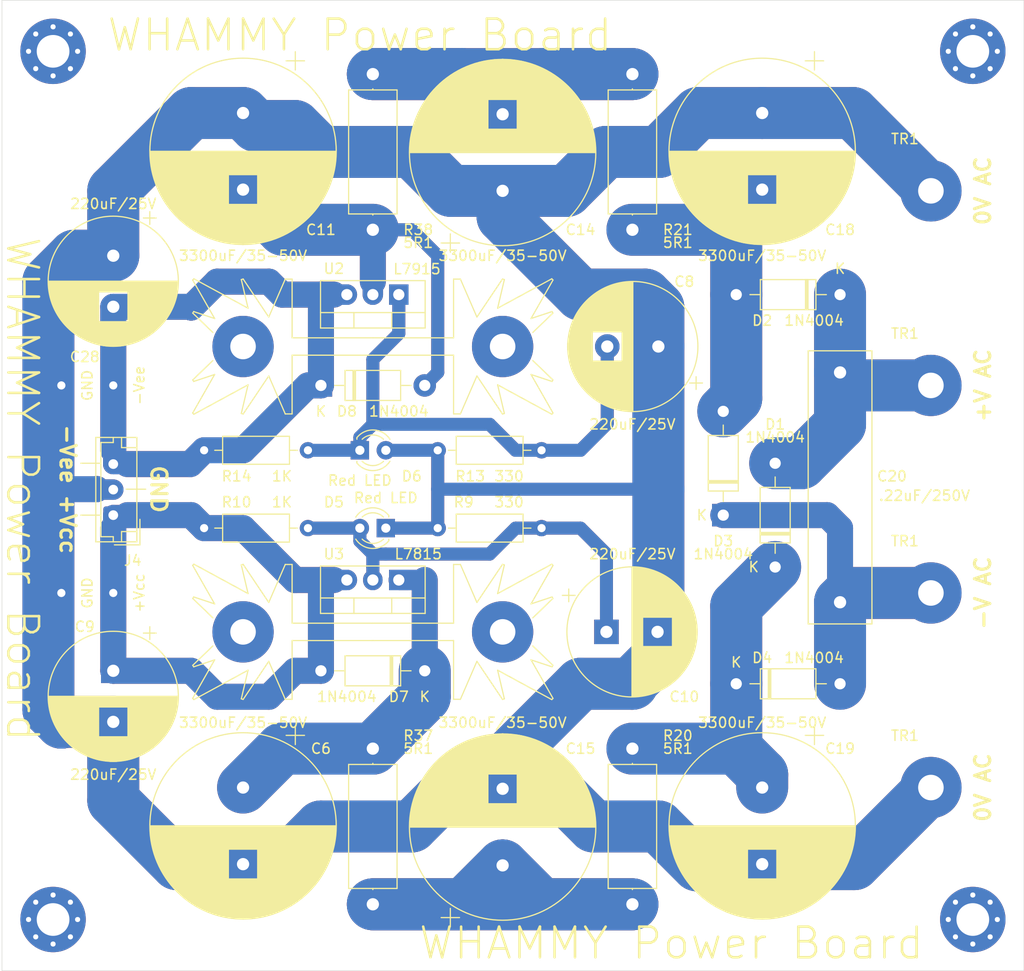
<source format=kicad_pcb>
(kicad_pcb (version 20171130) (host pcbnew 5.1.5+dfsg1-2build2)
  (layers (0 F.Cu signal) (31 B.Cu signal) (34 B.Paste user) (35 F.Paste user) (36 B.SilkS user) (37 F.SilkS user) (38 B.Mask user) (39 F.Mask user) (44 Edge.Cuts user))
  (net 0 "")
  (net 1 GND)
  (net 2 "Net-(C6-Pad1)")
  (net 3 "Net-(C8-Pad2)")
  (net 4 +15V)
  (net 5 "Net-(C10-Pad1)")
  (net 6 "Net-(C11-Pad2)")
  (net 7 "Net-(C14-Pad2)")
  (net 8 "Net-(C15-Pad1)")
  (net 9 "Net-(C18-Pad2)")
  (net 10 "Net-(C19-Pad1)")
  (net 11 "Net-(C20-Pad1)")
  (net 12 "Net-(C20-Pad2)")
  (net 13 -15V)
  (module Connector_Wire:SolderWirePad_1x01_Drill0.8mm (layer F.Cu) (at 135.89 113.03)
    (fp_text reference +Vcc (at 2.54 0 -90) (layer F.SilkS))
    (fp_text value SolderWirePad_1x01_Drill0.8mm hide)
    (pad 1 thru_hole circle (at 0 0) (size 1.99898 1.99898) (drill 0.8001) (layers *.Cu *.Mask) (net 4 +15V))
  )
  (module Connector_Wire:SolderWirePad_1x01_Drill0.8mm (layer F.Cu) (at 130.81 113.03)
    (fp_text reference GND (at 2.54 0 -90) (layer F.SilkS))
    (fp_text value SolderWirePad_1x01_Drill0.8mm hide)
    (pad 1 thru_hole circle (at 0 0) (size 1.99898 1.99898) (drill 0.8001) (layers *.Cu *.Mask) (net 1 GND))
  )
  (module Connector_Wire:SolderWirePad_1x01_Drill0.8mm (layer F.Cu) (at 130.81 92.71)
    (fp_text reference GND (at 2.54 0 -90) (layer F.SilkS))
    (fp_text value SolderWirePad_1x01_Drill0.8mm hide)
    (pad 1 thru_hole circle (at 0 0) (size 1.99898 1.99898) (drill 0.8001) (layers *.Cu *.Mask) (net 1 GND))
  )
  (module Connector_Wire:SolderWirePad_1x01_Drill0.8mm (layer F.Cu) (at 135.89 92.71)
    (fp_text reference -Vee (at 2.54 0 -90) (layer F.SilkS))
    (fp_text value SolderWirePad_1x01_Drill0.8mm hide)
    (pad 1 thru_hole circle (at 0 0) (size 1.99898 1.99898) (drill 0.8001) (layers *.Cu *.Mask) (net 13 -15V))
  )
  (module Connector_Wire:SolderWirePad_1x01_Drill2.5mm (layer F.Cu) (at 215.9 113.03)
    (fp_text reference TR1 (at -2.54 -5.08 180) (layer F.SilkS))
    (fp_text value SolderWirePad_1x01_Drill2.5mm hide)
    (pad 7 thru_hole circle (at 0 0) (size 5.99948 5.99948) (drill 2.49936) (layers *.Cu *.Mask) (net 12 "Net-(C20-Pad2)"))
  )
  (module Connector_Wire:SolderWirePad_1x01_Drill2.5mm (layer F.Cu) (at 215.9 132.08)
    (fp_text reference TR1 (at -2.54 -5.08 180) (layer F.SilkS))
    (fp_text value SolderWirePad_1x01_Drill2.5mm hide)
    (pad 6 thru_hole circle (at 0 0) (size 5.99948 5.99948) (drill 2.49936) (layers *.Cu *.Mask) (net 1 GND))
  )
  (module Connector_Wire:SolderWirePad_1x01_Drill2.5mm (layer F.Cu) (at 215.9 73.66)
    (fp_text reference TR1 (at -2.54 -5.08 180) (layer F.SilkS))
    (fp_text value SolderWirePad_1x01_Drill2.5mm hide)
    (pad 5 thru_hole circle (at 0 0) (size 5.99948 5.99948) (drill 2.49936) (layers *.Cu *.Mask) (net 1 GND))
  )
  (module Connector_Wire:SolderWirePad_1x01_Drill2.5mm (layer F.Cu) (at 215.9 92.71)
    (fp_text reference TR1 (at -2.54 -5.08 180) (layer F.SilkS))
    (fp_text value SolderWirePad_1x01_Drill2.5mm hide)
    (pad 4 thru_hole circle (at 0 0) (size 5.99948 5.99948) (drill 2.49936) (layers *.Cu *.Mask) (net 11 "Net-(C20-Pad1)"))
  )
  (module Heatsink:Heatsink_Fischer_SK104-STC-STIC_35x13mm_2xDrill2.5mm (layer F.Cu) (at 161.29 116.84)
    (fp_text reference REF** hide)
    (fp_text value Heatsink_Fischer_SK104-STC-STIC_35x13mm_2xDrill2.5mm hide)
    (pad 1 thru_hole circle (at -12.7 0 180) (size 6 6) (drill 2.5) (layers *.Cu *.Mask))
    (pad 1 thru_hole circle (at 12.7 0) (size 6 6) (drill 2.5) (layers *.Cu *.Mask))
  )
  (module Capacitor_THT:CP_Radial_D12.5mm_P5.00mm (layer F.Cu) (at 184.15 116.84)
    (fp_text reference C10 (at 7.62 6.35 180) (layer F.SilkS))
    (fp_text value 220uF/25V (at 2.54 -7.62) (layer F.SilkS))
    (pad 2 thru_hole circle (at 5 0) (size 2.4 2.4) (drill 1.2) (layers *.Cu *.Mask) (net 1 GND))
    (pad 1 thru_hole rect (at 0 0) (size 2.4 2.4) (drill 1.2) (layers *.Cu *.Mask) (net 5 "Net-(C10-Pad1)"))
  )
  (module Capacitor_THT:CP_Radial_D18.0mm_P7.50mm (layer F.Cu) (at 173.99 73.66 90)
    (fp_text reference C14 (at -3.81 7.62 180) (layer F.SilkS))
    (fp_text value 3300uF/35-50V (at -6.35 0 180) (layer F.SilkS))
    (pad 1 thru_hole rect (at 0 0 90) (size 2.4 2.4) (drill 1.2) (layers *.Cu *.Mask) (net 1 GND))
    (pad 2 thru_hole circle (at 7.5 0 90) (size 2.4 2.4) (drill 1.2) (layers *.Cu *.Mask) (net 7 "Net-(C14-Pad2)"))
  )
  (module Capacitor_THT:CP_Radial_D18.0mm_P7.50mm (layer F.Cu) (at 173.99 139.7 90)
    (fp_text reference C15 (at 11.43 7.62 180) (layer F.SilkS))
    (fp_text value 3300uF/35-50V (at 13.97 0 180) (layer F.SilkS))
    (pad 2 thru_hole circle (at 7.5 0 90) (size 2.4 2.4) (drill 1.2) (layers *.Cu *.Mask) (net 1 GND))
    (pad 1 thru_hole rect (at 0 0 90) (size 2.4 2.4) (drill 1.2) (layers *.Cu *.Mask) (net 8 "Net-(C15-Pad1)"))
  )
  (module Capacitor_THT:CP_Radial_D18.0mm_P7.50mm (layer F.Cu) (at 199.39 66.04 270)
    (fp_text reference C18 (at 11.43 -7.62 180) (layer F.SilkS))
    (fp_text value 3300uF/35-50V (at 13.97 0 180) (layer F.SilkS))
    (pad 2 thru_hole circle (at 7.5 0 270) (size 2.4 2.4) (drill 1.2) (layers *.Cu *.Mask) (net 9 "Net-(C18-Pad2)"))
    (pad 1 thru_hole rect (at 0 0 270) (size 2.4 2.4) (drill 1.2) (layers *.Cu *.Mask) (net 1 GND))
  )
  (module Capacitor_THT:CP_Radial_D18.0mm_P7.50mm (layer F.Cu) (at 199.39 132.08 270)
    (fp_text reference C19 (at -3.81 -7.62 180) (layer F.SilkS))
    (fp_text value 3300uF/35-50V (at -6.35 0 180) (layer F.SilkS))
    (pad 1 thru_hole rect (at 0 0 270) (size 2.4 2.4) (drill 1.2) (layers *.Cu *.Mask) (net 10 "Net-(C19-Pad1)"))
    (pad 2 thru_hole circle (at 7.5 0 270) (size 2.4 2.4) (drill 1.2) (layers *.Cu *.Mask) (net 1 GND))
  )
  (module Capacitor_THT:C_Rect_L26.5mm_W6.0mm_P22.50mm_MKS4 (layer F.Cu) (at 207.01 91.44 270)
    (fp_text reference C20 (at 10.16 -5.08 180) (layer F.SilkS))
    (fp_text value .22uF/250V (at 12.065 -8.255) (layer F.SilkS))
    (pad 1 thru_hole circle (at 0 0 270) (size 2.4 2.4) (drill 1.2) (layers *.Cu *.Mask) (net 11 "Net-(C20-Pad1)"))
    (pad 2 thru_hole circle (at 22.5 0 270) (size 2.4 2.4) (drill 1.2) (layers *.Cu *.Mask) (net 12 "Net-(C20-Pad2)"))
  )
  (module Capacitor_THT:CP_Radial_D12.5mm_P5.00mm (layer F.Cu) (at 135.89 80.01 270)
    (fp_text reference C28 (at 9.906 2.794 180) (layer F.SilkS))
    (fp_text value 220uF/25V (at -5.08 0 180) (layer F.SilkS))
    (pad 1 thru_hole rect (at 0 0 270) (size 2.4 2.4) (drill 1.2) (layers *.Cu *.Mask) (net 1 GND))
    (pad 2 thru_hole circle (at 5 0 270) (size 2.4 2.4) (drill 1.2) (layers *.Cu *.Mask) (net 13 -15V))
  )
  (module Diode_THT:D_DO-41_SOD81_P10.16mm_Horizontal (layer F.Cu) (at 200.66 110.49 90)
    (fp_text reference D1 (at 13.97 0 180) (layer F.SilkS))
    (fp_text value 1N4004 (at 12.7 0) (layer F.SilkS))
    (fp_text user K (at 0 -2.1 180) (layer F.SilkS))
    (pad 1 thru_hole rect (at 0 0 90) (size 2.2 2.2) (drill 1.1) (layers *.Cu *.Mask) (net 10 "Net-(C19-Pad1)"))
    (pad 2 thru_hole oval (at 10.16 0 90) (size 2.2 2.2) (drill 1.1) (layers *.Cu *.Mask) (net 11 "Net-(C20-Pad1)"))
  )
  (module Diode_THT:D_DO-41_SOD81_P10.16mm_Horizontal (layer F.Cu) (at 207.01 83.82 180)
    (fp_text reference D2 (at 7.62 -2.54) (layer F.SilkS))
    (fp_text value 1N4004 (at 2.54 -2.54 180) (layer F.SilkS))
    (fp_text user K (at 0 2.54) (layer F.SilkS))
    (pad 1 thru_hole rect (at 0 0 180) (size 2.2 2.2) (drill 1.1) (layers *.Cu *.Mask) (net 11 "Net-(C20-Pad1)"))
    (pad 2 thru_hole oval (at 10.16 0 180) (size 2.2 2.2) (drill 1.1) (layers *.Cu *.Mask) (net 9 "Net-(C18-Pad2)"))
  )
  (module Diode_THT:D_DO-41_SOD81_P10.16mm_Horizontal (layer F.Cu) (at 195.58 105.41 90)
    (fp_text reference D3 (at -2.54 0 180) (layer F.SilkS))
    (fp_text value 1N4004 (at -3.81 0) (layer F.SilkS))
    (fp_text user K (at 0 -2.1 180) (layer F.SilkS))
    (pad 2 thru_hole oval (at 10.16 0 90) (size 2.2 2.2) (drill 1.1) (layers *.Cu *.Mask) (net 9 "Net-(C18-Pad2)"))
    (pad 1 thru_hole rect (at 0 0 90) (size 2.2 2.2) (drill 1.1) (layers *.Cu *.Mask) (net 12 "Net-(C20-Pad2)"))
  )
  (module Diode_THT:D_DO-41_SOD81_P10.16mm_Horizontal (layer F.Cu) (at 196.85 121.92)
    (fp_text reference D4 (at 2.54 -2.54) (layer F.SilkS))
    (fp_text value 1N4004 (at 7.62 -2.54) (layer F.SilkS))
    (fp_text user K (at 0 -2.1) (layer F.SilkS))
    (pad 2 thru_hole oval (at 10.16 0) (size 2.2 2.2) (drill 1.1) (layers *.Cu *.Mask) (net 12 "Net-(C20-Pad2)"))
    (pad 1 thru_hole rect (at 0 0) (size 2.2 2.2) (drill 1.1) (layers *.Cu *.Mask) (net 10 "Net-(C19-Pad1)"))
  )
  (module LED_THT:LED_D3.0mm (layer F.Cu) (at 162.56 106.68 180)
    (fp_text reference D5 (at 5.08 2.54) (layer F.SilkS))
    (fp_text value "Red LED" (at 0 2.96) (layer F.SilkS))
    (pad 1 thru_hole rect (at 0 0 180) (size 1.8 1.8) (drill 0.9) (layers *.Cu *.Mask) (net 1 GND))
    (pad 2 thru_hole circle (at 2.54 0 180) (size 1.8 1.8) (drill 0.9) (layers *.Cu *.Mask) (net 5 "Net-(C10-Pad1)"))
  )
  (module LED_THT:LED_D3.0mm (layer F.Cu) (at 160.02 99.06)
    (fp_text reference D6 (at 5.08 2.54) (layer F.SilkS))
    (fp_text value "Red LED" (at 0 2.96) (layer F.SilkS))
    (pad 2 thru_hole circle (at 2.54 0) (size 1.8 1.8) (drill 0.9) (layers *.Cu *.Mask) (net 1 GND))
    (pad 1 thru_hole rect (at 0 0) (size 1.8 1.8) (drill 0.9) (layers *.Cu *.Mask) (net 3 "Net-(C8-Pad2)"))
  )
  (module Diode_THT:D_DO-41_SOD81_P10.16mm_Horizontal (layer F.Cu) (at 166.37 120.65 180)
    (fp_text reference D7 (at 2.54 -2.54) (layer F.SilkS))
    (fp_text value 1N4004 (at 7.62 -2.54) (layer F.SilkS))
    (fp_text user K (at 0 -2.54) (layer F.SilkS))
    (pad 2 thru_hole oval (at 10.16 0 180) (size 2.2 2.2) (drill 1.1) (layers *.Cu *.Mask) (net 4 +15V))
    (pad 1 thru_hole rect (at 0 0 180) (size 2.2 2.2) (drill 1.1) (layers *.Cu *.Mask) (net 2 "Net-(C6-Pad1)"))
  )
  (module Diode_THT:D_DO-41_SOD81_P10.16mm_Horizontal (layer F.Cu) (at 156.21 92.71)
    (fp_text reference D8 (at 2.54 2.54) (layer F.SilkS))
    (fp_text value 1N4004 (at 7.62 2.54) (layer F.SilkS))
    (fp_text user K (at 0 2.54) (layer F.SilkS))
    (pad 1 thru_hole rect (at 0 0) (size 2.2 2.2) (drill 1.1) (layers *.Cu *.Mask) (net 13 -15V))
    (pad 2 thru_hole oval (at 10.16 0) (size 2.2 2.2) (drill 1.1) (layers *.Cu *.Mask) (net 6 "Net-(C11-Pad2)"))
  )
  (module Package_TO_SOT_THT:TO-220-3_Vertical (layer F.Cu) (at 163.83 83.82 180)
    (fp_text reference U2 (at 6.35 2.54) (layer F.SilkS))
    (fp_text value L7915 (at -1.778 2.5) (layer F.SilkS))
    (pad 1 thru_hole rect (at 0 0 180) (size 1.905 2) (drill 1.1) (layers *.Cu *.Mask) (net 3 "Net-(C8-Pad2)"))
    (pad 2 thru_hole oval (at 2.54 0 180) (size 1.905 2) (drill 1.1) (layers *.Cu *.Mask) (net 6 "Net-(C11-Pad2)"))
    (pad 3 thru_hole oval (at 5.08 0 180) (size 1.905 2) (drill 1.1) (layers *.Cu *.Mask) (net 13 -15V))
  )
  (module Package_TO_SOT_THT:TO-220-3_Vertical (layer F.Cu) (at 163.83 111.76 180)
    (fp_text reference U3 (at 6.35 2.54) (layer F.SilkS))
    (fp_text value L7815 (at -1.905 2.54) (layer F.SilkS))
    (pad 1 thru_hole rect (at 0 0 180) (size 1.905 2) (drill 1.1) (layers *.Cu *.Mask) (net 2 "Net-(C6-Pad1)"))
    (pad 2 thru_hole oval (at 2.54 0 180) (size 1.905 2) (drill 1.1) (layers *.Cu *.Mask) (net 5 "Net-(C10-Pad1)"))
    (pad 3 thru_hole oval (at 5.08 0 180) (size 1.905 2) (drill 1.1) (layers *.Cu *.Mask) (net 4 +15V))
  )
  (module Resistor_THT:R_Axial_DIN0207_L6.3mm_D2.5mm_P10.16mm_Horizontal (layer F.Cu) (at 177.8 106.68 180)
    (fp_text reference R9 (at 7.62 2.54) (layer F.SilkS))
    (fp_text value 330 (at 3.175 2.54) (layer F.SilkS))
    (pad 1 thru_hole circle (at 0 0 180) (size 1.6 1.6) (drill 0.8) (layers *.Cu *.Mask) (net 5 "Net-(C10-Pad1)"))
    (pad 2 thru_hole oval (at 10.16 0 180) (size 1.6 1.6) (drill 0.8) (layers *.Cu *.Mask) (net 1 GND))
  )
  (module Resistor_THT:R_Axial_DIN0207_L6.3mm_D2.5mm_P10.16mm_Horizontal (layer F.Cu) (at 144.78 106.68)
    (fp_text reference R10 (at 3.175 -2.54) (layer F.SilkS))
    (fp_text value 1K (at 7.62 -2.54) (layer F.SilkS))
    (pad 2 thru_hole oval (at 10.16 0) (size 1.6 1.6) (drill 0.8) (layers *.Cu *.Mask) (net 5 "Net-(C10-Pad1)"))
    (pad 1 thru_hole circle (at 0 0) (size 1.6 1.6) (drill 0.8) (layers *.Cu *.Mask) (net 4 +15V))
  )
  (module Resistor_THT:R_Axial_DIN0207_L6.3mm_D2.5mm_P10.16mm_Horizontal (layer F.Cu) (at 177.8 99.06 180)
    (fp_text reference R13 (at 6.985 -2.54) (layer F.SilkS))
    (fp_text value 330 (at 3.175 -2.54) (layer F.SilkS))
    (pad 2 thru_hole oval (at 10.16 0 180) (size 1.6 1.6) (drill 0.8) (layers *.Cu *.Mask) (net 1 GND))
    (pad 1 thru_hole circle (at 0 0 180) (size 1.6 1.6) (drill 0.8) (layers *.Cu *.Mask) (net 3 "Net-(C8-Pad2)"))
  )
  (module Resistor_THT:R_Axial_DIN0207_L6.3mm_D2.5mm_P10.16mm_Horizontal (layer F.Cu) (at 144.78 99.06)
    (fp_text reference R14 (at 3.175 2.54) (layer F.SilkS))
    (fp_text value 1K (at 7.62 2.54) (layer F.SilkS))
    (pad 1 thru_hole circle (at 0 0) (size 1.6 1.6) (drill 0.8) (layers *.Cu *.Mask) (net 13 -15V))
    (pad 2 thru_hole oval (at 10.16 0) (size 1.6 1.6) (drill 0.8) (layers *.Cu *.Mask) (net 3 "Net-(C8-Pad2)"))
  )
  (module Capacitor_THT:CP_Radial_D12.5mm_P5.00mm (layer F.Cu) (at 135.89 120.65 270)
    (fp_text reference C9 (at -4.318 2.794 180) (layer F.SilkS))
    (fp_text value 220uF/25V (at 10.16 0 180) (layer F.SilkS))
    (pad 1 thru_hole rect (at 0 0 270) (size 2.4 2.4) (drill 1.2) (layers *.Cu *.Mask) (net 4 +15V))
    (pad 2 thru_hole circle (at 5 0 270) (size 2.4 2.4) (drill 1.2) (layers *.Cu *.Mask) (net 1 GND))
  )
  (module Connector_JST:JST_EH_B3B-EH-A_1x03_P2.50mm_Vertical (layer F.Cu) (at 135.89 105.41 90)
    (fp_text reference J4 (at -4.445 1.905) (layer F.SilkS))
    (fp_text value Conn_01x03 hide)
    (pad 3 thru_hole oval (at 5 0 90) (size 1.7 1.95) (drill 0.95) (layers *.Cu *.Mask) (net 13 -15V))
    (pad 2 thru_hole oval (at 2.5 0 90) (size 1.7 1.95) (drill 0.95) (layers *.Cu *.Mask) (net 1 GND))
    (pad 1 thru_hole roundrect (at 0 0 90) (size 1.7 1.95) (drill 0.95) (layers *.Cu *.Mask) (roundrect_rratio 0.147059) (net 4 +15V))
  )
  (module Capacitor_THT:CP_Radial_D18.0mm_P7.50mm (layer F.Cu) (at 148.59 66.04 270)
    (fp_text reference C11 (at 11.43 -7.62 180) (layer F.SilkS))
    (fp_text value 3300uF/35-50V (at 13.97 0 180) (layer F.SilkS))
    (pad 1 thru_hole rect (at 0 0 270) (size 2.4 2.4) (drill 1.2) (layers *.Cu *.Mask) (net 1 GND))
    (pad 2 thru_hole circle (at 7.5 0 270) (size 2.4 2.4) (drill 1.2) (layers *.Cu *.Mask) (net 6 "Net-(C11-Pad2)"))
  )
  (module Resistor_THT:R_Axial_DIN0414_L11.9mm_D4.5mm_P15.24mm_Horizontal (layer F.Cu) (at 161.29 143.51 90)
    (fp_text reference R37 (at 16.51 4.445 180) (layer F.SilkS))
    (fp_text value 5R1 (at 15.24 4.445 180) (layer F.SilkS))
    (pad 2 thru_hole oval (at 15.24 0 90) (size 2.4 2.4) (drill 1.2) (layers *.Cu *.Mask) (net 2 "Net-(C6-Pad1)"))
    (pad 1 thru_hole circle (at 0 0 90) (size 2.4 2.4) (drill 1.2) (layers *.Cu *.Mask) (net 8 "Net-(C15-Pad1)"))
  )
  (module Resistor_THT:R_Axial_DIN0414_L11.9mm_D4.5mm_P15.24mm_Horizontal (layer F.Cu) (at 186.69 128.27 270)
    (fp_text reference R20 (at -1.27 -4.445 180) (layer F.SilkS))
    (fp_text value 5R1 (at 0 -4.445 180) (layer F.SilkS))
    (pad 2 thru_hole oval (at 15.24 0 270) (size 2.4 2.4) (drill 1.2) (layers *.Cu *.Mask) (net 8 "Net-(C15-Pad1)"))
    (pad 1 thru_hole circle (at 0 0 270) (size 2.4 2.4) (drill 1.2) (layers *.Cu *.Mask) (net 10 "Net-(C19-Pad1)"))
  )
  (module Capacitor_THT:CP_Radial_D18.0mm_P7.50mm (layer F.Cu) (at 148.59 132.08 270)
    (fp_text reference C6 (at -3.81 -7.62 180) (layer F.SilkS))
    (fp_text value 3300uF/35-50V (at -6.35 0 180) (layer F.SilkS))
    (pad 1 thru_hole rect (at 0 0 270) (size 2.4 2.4) (drill 1.2) (layers *.Cu *.Mask) (net 2 "Net-(C6-Pad1)"))
    (pad 2 thru_hole circle (at 7.5 0 270) (size 2.4 2.4) (drill 1.2) (layers *.Cu *.Mask) (net 1 GND))
  )
  (module Resistor_THT:R_Axial_DIN0414_L11.9mm_D4.5mm_P15.24mm_Horizontal (layer F.Cu) (at 186.69 77.47 90)
    (fp_text reference R21 (at 0 4.445 180) (layer F.SilkS))
    (fp_text value 5R1 (at -1.27 4.445 180) (layer F.SilkS))
    (pad 2 thru_hole oval (at 15.24 0 90) (size 2.4 2.4) (drill 1.2) (layers *.Cu *.Mask) (net 7 "Net-(C14-Pad2)"))
    (pad 1 thru_hole circle (at 0 0 90) (size 2.4 2.4) (drill 1.2) (layers *.Cu *.Mask) (net 9 "Net-(C18-Pad2)"))
  )
  (module Resistor_THT:R_Axial_DIN0414_L11.9mm_D4.5mm_P15.24mm_Horizontal (layer F.Cu) (at 161.29 62.23 270)
    (fp_text reference R38 (at 15.24 -4.445 180) (layer F.SilkS))
    (fp_text value 5R1 (at 16.51 -4.445 180) (layer F.SilkS))
    (pad 2 thru_hole oval (at 15.24 0 270) (size 2.4 2.4) (drill 1.2) (layers *.Cu *.Mask) (net 6 "Net-(C11-Pad2)"))
    (pad 1 thru_hole circle (at 0 0 270) (size 2.4 2.4) (drill 1.2) (layers *.Cu *.Mask) (net 7 "Net-(C14-Pad2)"))
  )
  (module Heatsink:Heatsink_Fischer_SK104-STC-STIC_35x13mm_2xDrill2.5mm (layer F.Cu) (at 161.29 88.9)
    (fp_text reference REF** hide)
    (fp_text value Heatsink_Fischer_SK104-STC-STIC_35x13mm_2xDrill2.5mm hide)
    (pad 1 thru_hole circle (at 12.7 0) (size 6 6) (drill 2.5) (layers *.Cu *.Mask))
    (pad 1 thru_hole circle (at -12.7 0 180) (size 6 6) (drill 2.5) (layers *.Cu *.Mask))
  )
  (module Capacitor_THT:CP_Radial_D12.5mm_P5.00mm (layer F.Cu) (at 189.23 88.9 180)
    (fp_text reference C8 (at -2.54 6.35 180) (layer F.SilkS))
    (fp_text value 220uF/25V (at 2.54 -7.62) (layer F.SilkS))
    (pad 2 thru_hole circle (at 5 0 180) (size 2.4 2.4) (drill 1.2) (layers *.Cu *.Mask) (net 3 "Net-(C8-Pad2)"))
    (pad 1 thru_hole rect (at 0 0 180) (size 2.4 2.4) (drill 1.2) (layers *.Cu *.Mask) (net 1 GND))
  )
  (module MountingHole:MountingHole_3.2mm_M3_Pad_Via (layer F.Cu) (at 130 60)
    (fp_text reference REF** hide)
    (fp_text value MountingHole_3.2mm_M3_Pad_Via hide)
    (pad 1 thru_hole circle (at 0 0) (size 6.4 6.4) (drill 3.2) (layers *.Cu *.Mask))
    (pad 1 thru_hole circle (at 2.4 0) (size 0.8 0.8) (drill 0.5) (layers *.Cu *.Mask))
    (pad 1 thru_hole circle (at 1.697056 1.697056) (size 0.8 0.8) (drill 0.5) (layers *.Cu *.Mask))
    (pad 1 thru_hole circle (at 0 2.4) (size 0.8 0.8) (drill 0.5) (layers *.Cu *.Mask))
    (pad 1 thru_hole circle (at -1.697056 1.697056) (size 0.8 0.8) (drill 0.5) (layers *.Cu *.Mask))
    (pad 1 thru_hole circle (at -2.4 0) (size 0.8 0.8) (drill 0.5) (layers *.Cu *.Mask))
    (pad 1 thru_hole circle (at -1.697056 -1.697056) (size 0.8 0.8) (drill 0.5) (layers *.Cu *.Mask))
    (pad 1 thru_hole circle (at 0 -2.4) (size 0.8 0.8) (drill 0.5) (layers *.Cu *.Mask))
    (pad 1 thru_hole circle (at 1.697056 -1.697056) (size 0.8 0.8) (drill 0.5) (layers *.Cu *.Mask))
  )
  (module MountingHole:MountingHole_3.2mm_M3_Pad_Via (layer F.Cu) (at 130 145)
    (fp_text reference REF** hide)
    (fp_text value MountingHole_3.2mm_M3_Pad_Via hide)
    (pad 1 thru_hole circle (at 1.697056 -1.697056) (size 0.8 0.8) (drill 0.5) (layers *.Cu *.Mask))
    (pad 1 thru_hole circle (at 0 -2.4) (size 0.8 0.8) (drill 0.5) (layers *.Cu *.Mask))
    (pad 1 thru_hole circle (at -1.697056 -1.697056) (size 0.8 0.8) (drill 0.5) (layers *.Cu *.Mask))
    (pad 1 thru_hole circle (at -2.4 0) (size 0.8 0.8) (drill 0.5) (layers *.Cu *.Mask))
    (pad 1 thru_hole circle (at -1.697056 1.697056) (size 0.8 0.8) (drill 0.5) (layers *.Cu *.Mask))
    (pad 1 thru_hole circle (at 0 2.4) (size 0.8 0.8) (drill 0.5) (layers *.Cu *.Mask))
    (pad 1 thru_hole circle (at 1.697056 1.697056) (size 0.8 0.8) (drill 0.5) (layers *.Cu *.Mask))
    (pad 1 thru_hole circle (at 2.4 0) (size 0.8 0.8) (drill 0.5) (layers *.Cu *.Mask))
    (pad 1 thru_hole circle (at 0 0) (size 6.4 6.4) (drill 3.2) (layers *.Cu *.Mask))
  )
  (module MountingHole:MountingHole_3.2mm_M3_Pad_Via (layer F.Cu) (at 220 145)
    (fp_text reference REF** hide)
    (fp_text value MountingHole_3.2mm_M3_Pad_Via hide)
    (pad 1 thru_hole circle (at 0 0) (size 6.4 6.4) (drill 3.2) (layers *.Cu *.Mask))
    (pad 1 thru_hole circle (at 2.4 0) (size 0.8 0.8) (drill 0.5) (layers *.Cu *.Mask))
    (pad 1 thru_hole circle (at 1.697056 1.697056) (size 0.8 0.8) (drill 0.5) (layers *.Cu *.Mask))
    (pad 1 thru_hole circle (at 0 2.4) (size 0.8 0.8) (drill 0.5) (layers *.Cu *.Mask))
    (pad 1 thru_hole circle (at -1.697056 1.697056) (size 0.8 0.8) (drill 0.5) (layers *.Cu *.Mask))
    (pad 1 thru_hole circle (at -2.4 0) (size 0.8 0.8) (drill 0.5) (layers *.Cu *.Mask))
    (pad 1 thru_hole circle (at -1.697056 -1.697056) (size 0.8 0.8) (drill 0.5) (layers *.Cu *.Mask))
    (pad 1 thru_hole circle (at 0 -2.4) (size 0.8 0.8) (drill 0.5) (layers *.Cu *.Mask))
    (pad 1 thru_hole circle (at 1.697056 -1.697056) (size 0.8 0.8) (drill 0.5) (layers *.Cu *.Mask))
  )
  (module MountingHole:MountingHole_3.2mm_M3_Pad_Via (layer F.Cu) (at 220 60)
    (fp_text reference REF** hide)
    (fp_text value MountingHole_3.2mm_M3_Pad_Via hide)
    (pad 1 thru_hole circle (at 1.697056 -1.697056) (size 0.8 0.8) (drill 0.5) (layers *.Cu *.Mask))
    (pad 1 thru_hole circle (at 0 -2.4) (size 0.8 0.8) (drill 0.5) (layers *.Cu *.Mask))
    (pad 1 thru_hole circle (at -1.697056 -1.697056) (size 0.8 0.8) (drill 0.5) (layers *.Cu *.Mask))
    (pad 1 thru_hole circle (at -2.4 0) (size 0.8 0.8) (drill 0.5) (layers *.Cu *.Mask))
    (pad 1 thru_hole circle (at -1.697056 1.697056) (size 0.8 0.8) (drill 0.5) (layers *.Cu *.Mask))
    (pad 1 thru_hole circle (at 0 2.4) (size 0.8 0.8) (drill 0.5) (layers *.Cu *.Mask))
    (pad 1 thru_hole circle (at 1.697056 1.697056) (size 0.8 0.8) (drill 0.5) (layers *.Cu *.Mask))
    (pad 1 thru_hole circle (at 2.4 0) (size 0.8 0.8) (drill 0.5) (layers *.Cu *.Mask))
    (pad 1 thru_hole circle (at 0 0) (size 6.4 6.4) (drill 3.2) (layers *.Cu *.Mask))
  )
  (gr_line (start 132.715 105.41) (end 134.62 105.41) (layer F.SilkS) (width 0.12))
  (gr_line (start 132.715 100.33) (end 134.62 100.33) (layer F.SilkS) (width 0.12))
  (gr_line (start 137.16 102.87) (end 139.065 102.87) (layer F.SilkS) (width 0.12))
  (gr_text GND (at 140.335 102.87 270) (layer F.SilkS) (effects (font (size 1.5 1.5) (thickness 0.3))))
  (gr_text "WHAMMY Power Board" (at 127 102.87 270) (layer F.SilkS) (effects (font (size 3 3) (thickness 0.25))))
  (gr_text "WHAMMY Power Board" (at 190.5 147.32) (layer F.SilkS) (effects (font (size 3 3) (thickness 0.25))))
  (gr_text "WHAMMY Power Board" (at 160.02 58.42) (layer F.SilkS) (effects (font (size 3 3) (thickness 0.25))))
  (gr_text "-Vee +Vcc" (at 131.445 102.87 270) (layer F.SilkS) (effects (font (size 1.5 1.5) (thickness 0.3))))
  (gr_text "0V AC" (at 220.98 73.66 90) (layer F.SilkS) (effects (font (size 1.5 1.5) (thickness 0.3))))
  (gr_text "0V AC" (at 220.98 132.08 90) (layer F.SilkS) (effects (font (size 1.5 1.5) (thickness 0.3))))
  (gr_text "-V AC" (at 220.98 113.03 90) (layer F.SilkS) (effects (font (size 1.5 1.5) (thickness 0.3))))
  (gr_text "+V AC" (at 220.98 92.71 90) (layer F.SilkS) (effects (font (size 1.5 1.5) (thickness 0.3))))
  (gr_line (start 125 150) (end 125 55) (layer Edge.Cuts) (width 0.05))
  (gr_line (start 225 150) (end 125 150) (layer Edge.Cuts) (width 0.05))
  (gr_line (start 225 55) (end 225 150) (layer Edge.Cuts) (width 0.05))
  (gr_line (start 125 55) (end 225 55) (layer Edge.Cuts) (width 0.05))
  (segment (start 134.248272 102.87) (end 134.269529 102.848743) (width 2.54) (layer F.Cu) (net 1))
  (segment (start 187.96 83.82) (end 181.61 83.82) (width 5.08) (layer F.Cu) (net 1))
  (segment (start 189.23 116.76) (end 189.23 119.38) (width 5.08) (layer F.Cu) (net 1))
  (segment (start 173.99 129.54) (end 181.61 121.92) (width 5.08) (layer F.Cu) (net 1))
  (segment (start 181.61 121.92) (end 186.69 121.92) (width 5.08) (layer F.Cu) (net 1))
  (segment (start 189.3 69.85) (end 193.11 66.04) (width 5.08) (layer F.Cu) (net 1))
  (segment (start 186.69 121.92) (end 186.69 121.76) (width 5.08) (layer F.Cu) (net 1))
  (segment (start 189.15 116.84) (end 189.15 119.3) (width 5.08) (layer F.Cu) (net 1))
  (segment (start 186.69 121.76) (end 189.15 119.3) (width 5.08) (layer F.Cu) (net 1))
  (segment (start 189.23 88.9) (end 189.23 85.09) (width 5.08) (layer F.Cu) (net 1))
  (segment (start 189.23 85.09) (end 187.96 83.82) (width 5.08) (layer F.Cu) (net 1))
  (segment (start 165.1 69.85) (end 168.91 73.66) (width 5.08) (layer F.Cu) (net 1))
  (segment (start 168.91 73.66) (end 173.99 73.66) (width 5.08) (layer F.Cu) (net 1))
  (segment (start 135.89 73.66) (end 135.89 80.01) (width 5.08) (layer F.Cu) (net 1))
  (segment (start 143.51 66.04) (end 135.89 73.66) (width 5.08) (layer F.Cu) (net 1))
  (segment (start 148.59 66.04) (end 143.51 66.04) (width 5.08) (layer F.Cu) (net 1))
  (segment (start 135.89 133.35) (end 135.89 125.65) (width 5.08) (layer F.Cu) (net 1))
  (segment (start 142.12 139.58) (end 135.89 133.35) (width 5.08) (layer F.Cu) (net 1))
  (segment (start 148.59 139.58) (end 142.12 139.58) (width 5.08) (layer F.Cu) (net 1))
  (segment (start 173.99 129.54) (end 173.99 132.2) (width 5.08) (layer F.Cu) (net 1))
  (segment (start 167.64 99.06) (end 162.56 99.06) (width 1.27) (layer F.Cu) (net 1))
  (segment (start 162.56 106.68) (end 167.64 106.68) (width 1.27) (layer F.Cu) (net 1))
  (segment (start 180.27 73.66) (end 184.08 69.85) (width 5.08) (layer F.Cu) (net 1))
  (segment (start 173.99 73.66) (end 180.27 73.66) (width 5.08) (layer F.Cu) (net 1))
  (segment (start 197.692944 139.58) (end 197.572944 139.7) (width 5.08) (layer F.Cu) (net 1))
  (segment (start 199.39 139.58) (end 197.692944 139.58) (width 5.08) (layer F.Cu) (net 1))
  (segment (start 197.572944 139.7) (end 193.04 139.7) (width 5.08) (layer F.Cu) (net 1))
  (segment (start 193.04 139.7) (end 189.23 135.89) (width 5.08) (layer F.Cu) (net 1))
  (segment (start 189.23 135.89) (end 182.88 135.89) (width 5.08) (layer F.Cu) (net 1))
  (segment (start 179.19 132.2) (end 173.99 132.2) (width 5.08) (layer F.Cu) (net 1))
  (segment (start 182.88 135.89) (end 179.19 132.2) (width 5.08) (layer F.Cu) (net 1))
  (segment (start 208.4 139.58) (end 215.9 132.08) (width 5.08) (layer F.Cu) (net 1))
  (segment (start 199.39 139.58) (end 208.4 139.58) (width 5.08) (layer F.Cu) (net 1))
  (segment (start 208.28 66.04) (end 215.9 73.66) (width 5.08) (layer F.Cu) (net 1))
  (segment (start 199.39 66.04) (end 208.28 66.04) (width 5.08) (layer F.Cu) (net 1))
  (segment (start 167.64 102.87) (end 189.23 102.87) (width 1.27) (layer F.Cu) (net 1))
  (segment (start 189.23 102.87) (end 189.23 116.76) (width 5.08) (layer F.Cu) (net 1))
  (segment (start 189.23 88.9) (end 189.23 102.87) (width 5.08) (layer F.Cu) (net 1))
  (segment (start 167.64 99.06) (end 167.64 102.87) (width 1.27) (layer F.Cu) (net 1))
  (segment (start 167.64 102.87) (end 167.64 106.68) (width 1.27) (layer F.Cu) (net 1))
  (segment (start 130.89 125.65) (end 135.89 125.65) (width 5.08) (layer F.Cu) (net 1))
  (segment (start 130.81 125.73) (end 130.89 125.65) (width 5.08) (layer F.Cu) (net 1))
  (segment (start 129.54 124.46) (end 130.81 125.73) (width 5.08) (layer F.Cu) (net 1))
  (segment (start 132.08 80.01) (end 129.54 82.55) (width 5.08) (layer F.Cu) (net 1))
  (segment (start 135.89 80.01) (end 132.08 80.01) (width 5.08) (layer F.Cu) (net 1))
  (segment (start 129.54 102.87) (end 129.58 102.91) (width 2.54) (layer F.Cu) (net 1))
  (segment (start 129.54 82.55) (end 129.54 102.87) (width 5.08) (layer F.Cu) (net 1))
  (segment (start 129.54 102.87) (end 129.54 124.46) (width 5.08) (layer F.Cu) (net 1))
  (segment (start 184.08 69.85) (end 189.3 69.85) (width 5.08) (layer F.Cu) (net 1))
  (segment (start 129.54 102.87) (end 134.248272 102.87) (width 2.54) (layer F.Cu) (net 1))
  (segment (start 189.15 119.3) (end 189.23 119.38) (width 5.08) (layer F.Cu) (net 1))
  (segment (start 149.86 67.31) (end 153.67 67.31) (width 5.08) (layer F.Cu) (net 1))
  (segment (start 153.719999 138.380001) (end 156.21 135.89) (width 5.08) (layer F.Cu) (net 1))
  (segment (start 181.61 83.82) (end 173.99 76.2) (width 5.08) (layer F.Cu) (net 1))
  (segment (start 148.59 66.04) (end 149.86 67.31) (width 5.08) (layer F.Cu) (net 1))
  (segment (start 149.789999 138.380001) (end 153.719999 138.380001) (width 5.08) (layer F.Cu) (net 1))
  (segment (start 168.79 132.2) (end 173.99 132.2) (width 5.08) (layer F.Cu) (net 1))
  (segment (start 165.1 135.89) (end 168.79 132.2) (width 5.08) (layer F.Cu) (net 1))
  (segment (start 148.59 139.58) (end 149.789999 138.380001) (width 5.08) (layer F.Cu) (net 1))
  (segment (start 156.21 135.89) (end 165.1 135.89) (width 5.08) (layer F.Cu) (net 1))
  (segment (start 156.21 69.85) (end 165.1 69.85) (width 5.08) (layer F.Cu) (net 1))
  (segment (start 173.99 76.2) (end 173.99 73.66) (width 5.08) (layer F.Cu) (net 1))
  (segment (start 153.67 67.31) (end 156.21 69.85) (width 5.08) (layer F.Cu) (net 1))
  (segment (start 193.11 66.04) (end 199.39 66.04) (width 5.08) (layer F.Cu) (net 1))
  (segment (start 149.789999 138.380001) (end 153.719999 138.380001) (width 5.08) (layer B.Cu) (net 1))
  (segment (start 148.59 139.58) (end 149.789999 138.380001) (width 5.08) (layer B.Cu) (net 1))
  (segment (start 153.719999 138.380001) (end 156.21 135.89) (width 5.08) (layer B.Cu) (net 1))
  (segment (start 156.21 135.89) (end 165.1 135.89) (width 5.08) (layer B.Cu) (net 1))
  (segment (start 168.79 132.2) (end 173.99 132.2) (width 5.08) (layer B.Cu) (net 1))
  (segment (start 165.1 135.89) (end 168.79 132.2) (width 5.08) (layer B.Cu) (net 1))
  (segment (start 148.59 66.04) (end 149.86 67.31) (width 5.08) (layer B.Cu) (net 1))
  (segment (start 149.86 67.31) (end 153.67 67.31) (width 5.08) (layer B.Cu) (net 1))
  (segment (start 153.67 67.31) (end 156.21 69.85) (width 5.08) (layer B.Cu) (net 1))
  (segment (start 156.21 69.85) (end 165.1 69.85) (width 5.08) (layer B.Cu) (net 1))
  (segment (start 165.1 69.85) (end 168.91 73.66) (width 5.08) (layer B.Cu) (net 1))
  (segment (start 168.91 73.66) (end 173.99 73.66) (width 5.08) (layer B.Cu) (net 1))
  (segment (start 135.89 73.66) (end 135.89 80.01) (width 5.08) (layer B.Cu) (net 1))
  (segment (start 143.51 66.04) (end 135.89 73.66) (width 5.08) (layer B.Cu) (net 1))
  (segment (start 148.59 66.04) (end 143.51 66.04) (width 5.08) (layer B.Cu) (net 1))
  (segment (start 135.89 133.35) (end 135.89 125.65) (width 5.08) (layer B.Cu) (net 1))
  (segment (start 142.12 139.58) (end 135.89 133.35) (width 5.08) (layer B.Cu) (net 1))
  (segment (start 148.59 139.58) (end 142.12 139.58) (width 5.08) (layer B.Cu) (net 1))
  (segment (start 173.99 129.54) (end 173.99 132.2) (width 5.08) (layer B.Cu) (net 1))
  (segment (start 167.64 99.06) (end 162.56 99.06) (width 1.27) (layer B.Cu) (net 1))
  (segment (start 162.56 106.68) (end 167.64 106.68) (width 1.27) (layer B.Cu) (net 1))
  (segment (start 173.99 76.2) (end 173.99 73.66) (width 5.08) (layer B.Cu) (net 1))
  (segment (start 187.96 83.82) (end 181.61 83.82) (width 5.08) (layer B.Cu) (net 1))
  (segment (start 189.23 85.09) (end 187.96 83.82) (width 5.08) (layer B.Cu) (net 1))
  (segment (start 181.61 83.82) (end 173.99 76.2) (width 5.08) (layer B.Cu) (net 1))
  (segment (start 189.23 88.9) (end 189.23 85.09) (width 5.08) (layer B.Cu) (net 1))
  (segment (start 189.15 119.3) (end 189.23 119.38) (width 5.08) (layer B.Cu) (net 1))
  (segment (start 189.15 116.84) (end 189.15 119.3) (width 5.08) (layer B.Cu) (net 1))
  (segment (start 189.23 116.76) (end 189.23 119.38) (width 5.08) (layer B.Cu) (net 1))
  (segment (start 173.99 129.54) (end 181.61 121.92) (width 5.08) (layer B.Cu) (net 1))
  (segment (start 181.61 121.92) (end 186.69 121.92) (width 5.08) (layer B.Cu) (net 1))
  (segment (start 186.69 121.76) (end 189.15 119.3) (width 5.08) (layer B.Cu) (net 1))
  (segment (start 186.69 121.92) (end 186.69 121.76) (width 5.08) (layer B.Cu) (net 1))
  (segment (start 189.3 69.85) (end 193.11 66.04) (width 5.08) (layer B.Cu) (net 1))
  (segment (start 184.08 69.85) (end 189.3 69.85) (width 5.08) (layer B.Cu) (net 1))
  (segment (start 193.11 66.04) (end 199.39 66.04) (width 5.08) (layer B.Cu) (net 1))
  (segment (start 180.27 73.66) (end 184.08 69.85) (width 5.08) (layer B.Cu) (net 1))
  (segment (start 173.99 73.66) (end 180.27 73.66) (width 5.08) (layer B.Cu) (net 1))
  (segment (start 197.692944 139.58) (end 197.572944 139.7) (width 5.08) (layer B.Cu) (net 1))
  (segment (start 199.39 139.58) (end 197.692944 139.58) (width 5.08) (layer B.Cu) (net 1))
  (segment (start 197.572944 139.7) (end 193.04 139.7) (width 5.08) (layer B.Cu) (net 1))
  (segment (start 193.04 139.7) (end 189.23 135.89) (width 5.08) (layer B.Cu) (net 1))
  (segment (start 189.23 135.89) (end 182.88 135.89) (width 5.08) (layer B.Cu) (net 1))
  (segment (start 179.19 132.2) (end 173.99 132.2) (width 5.08) (layer B.Cu) (net 1))
  (segment (start 182.88 135.89) (end 179.19 132.2) (width 5.08) (layer B.Cu) (net 1))
  (segment (start 208.4 139.58) (end 215.9 132.08) (width 5.08) (layer B.Cu) (net 1))
  (segment (start 199.39 139.58) (end 208.4 139.58) (width 5.08) (layer B.Cu) (net 1))
  (segment (start 208.28 66.04) (end 215.9 73.66) (width 5.08) (layer B.Cu) (net 1))
  (segment (start 199.39 66.04) (end 208.28 66.04) (width 5.08) (layer B.Cu) (net 1))
  (segment (start 167.64 102.87) (end 189.23 102.87) (width 1.27) (layer B.Cu) (net 1))
  (segment (start 189.23 102.87) (end 189.23 116.76) (width 5.08) (layer B.Cu) (net 1))
  (segment (start 189.23 88.9) (end 189.23 102.87) (width 5.08) (layer B.Cu) (net 1))
  (segment (start 167.64 99.06) (end 167.64 102.87) (width 1.27) (layer B.Cu) (net 1))
  (segment (start 167.64 102.87) (end 167.64 106.68) (width 1.27) (layer B.Cu) (net 1))
  (segment (start 130.89 125.65) (end 135.89 125.65) (width 5.08) (layer B.Cu) (net 1))
  (segment (start 130.81 125.73) (end 130.89 125.65) (width 5.08) (layer B.Cu) (net 1))
  (segment (start 129.54 124.46) (end 130.81 125.73) (width 5.08) (layer B.Cu) (net 1))
  (segment (start 132.08 80.01) (end 129.54 82.55) (width 5.08) (layer B.Cu) (net 1))
  (segment (start 135.89 80.01) (end 132.08 80.01) (width 5.08) (layer B.Cu) (net 1))
  (segment (start 129.54 102.87) (end 129.58 102.91) (width 2.54) (layer B.Cu) (net 1))
  (segment (start 129.54 82.55) (end 129.54 102.87) (width 5.08) (layer B.Cu) (net 1))
  (segment (start 129.54 102.87) (end 129.54 124.46) (width 5.08) (layer B.Cu) (net 1))
  (segment (start 134.248272 102.87) (end 134.269529 102.848743) (width 2.54) (layer B.Cu) (net 1))
  (segment (start 129.54 102.87) (end 134.248272 102.87) (width 2.54) (layer B.Cu) (net 1))
  (segment (start 134.288272 102.91) (end 134.248272 102.87) (width 2) (layer F.Cu) (net 1))
  (segment (start 135.89 102.91) (end 134.288272 102.91) (width 2) (layer F.Cu) (net 1))
  (segment (start 134.288272 102.91) (end 134.248272 102.87) (width 2) (layer B.Cu) (net 1))
  (segment (start 135.89 102.91) (end 134.288272 102.91) (width 2) (layer B.Cu) (net 1))
  (segment (start 148.59 132.08) (end 152.4 128.27) (width 5.08) (layer F.Cu) (net 2))
  (segment (start 152.4 128.27) (end 161.29 128.27) (width 5.08) (layer F.Cu) (net 2))
  (segment (start 161.29 128.27) (end 166.37 123.19) (width 5.08) (layer F.Cu) (net 2))
  (segment (start 166.37 123.19) (end 166.37 120.65) (width 5.08) (layer F.Cu) (net 2))
  (segment (start 166.37 111.76) (end 163.83 111.76) (width 2) (layer F.Cu) (net 2))
  (segment (start 166.37 111.76) (end 166.37 120.65) (width 2.54) (layer F.Cu) (net 2))
  (segment (start 148.59 132.08) (end 152.4 128.27) (width 5.08) (layer B.Cu) (net 2))
  (segment (start 152.4 128.27) (end 161.29 128.27) (width 5.08) (layer B.Cu) (net 2))
  (segment (start 161.29 128.27) (end 166.37 123.19) (width 5.08) (layer B.Cu) (net 2))
  (segment (start 166.37 123.19) (end 166.37 120.65) (width 5.08) (layer B.Cu) (net 2))
  (segment (start 166.37 111.76) (end 166.37 120.65) (width 2.54) (layer B.Cu) (net 2))
  (segment (start 166.37 111.76) (end 163.83 111.76) (width 2) (layer B.Cu) (net 2))
  (segment (start 160.02 99.06) (end 154.94 99.06) (width 1.27) (layer F.Cu) (net 3))
  (segment (start 160.02 97.79) (end 160.02 99.06) (width 1.27) (layer F.Cu) (net 3))
  (segment (start 161.29 96.52) (end 160.02 97.79) (width 1.27) (layer F.Cu) (net 3))
  (segment (start 172.72 96.52) (end 161.29 96.52) (width 1.27) (layer F.Cu) (net 3))
  (segment (start 172.72 96.52) (end 175.26 99.06) (width 1.27) (layer F.Cu) (net 3))
  (segment (start 175.26 99.06) (end 177.8 99.06) (width 1.27) (layer F.Cu) (net 3))
  (segment (start 184.23 92.63) (end 184.23 88.9) (width 1.27) (layer F.Cu) (net 3))
  (segment (start 184.23 96.44) (end 184.23 92.63) (width 1.27) (layer F.Cu) (net 3))
  (segment (start 181.61 99.06) (end 184.23 96.44) (width 1.27) (layer F.Cu) (net 3))
  (segment (start 177.8 99.06) (end 181.61 99.06) (width 1.27) (layer F.Cu) (net 3))
  (segment (start 163.83 83.82) (end 163.83 87.63) (width 1.27) (layer F.Cu) (net 3))
  (segment (start 163.83 87.63) (end 161.29 90.17) (width 1.27) (layer F.Cu) (net 3))
  (segment (start 161.29 90.17) (end 161.29 96.52) (width 1.27) (layer F.Cu) (net 3))
  (segment (start 160.02 99.06) (end 154.94 99.06) (width 1.27) (layer B.Cu) (net 3))
  (segment (start 160.02 97.79) (end 160.02 99.06) (width 1.27) (layer B.Cu) (net 3))
  (segment (start 161.29 96.52) (end 160.02 97.79) (width 1.27) (layer B.Cu) (net 3))
  (segment (start 172.72 96.52) (end 161.29 96.52) (width 1.27) (layer B.Cu) (net 3))
  (segment (start 172.72 96.52) (end 175.26 99.06) (width 1.27) (layer B.Cu) (net 3))
  (segment (start 175.26 99.06) (end 177.8 99.06) (width 1.27) (layer B.Cu) (net 3))
  (segment (start 184.23 92.63) (end 184.23 88.9) (width 1.27) (layer B.Cu) (net 3))
  (segment (start 184.23 96.44) (end 184.23 92.63) (width 1.27) (layer B.Cu) (net 3))
  (segment (start 181.61 99.06) (end 184.23 96.44) (width 1.27) (layer B.Cu) (net 3))
  (segment (start 177.8 99.06) (end 181.61 99.06) (width 1.27) (layer B.Cu) (net 3))
  (segment (start 163.83 83.82) (end 163.83 87.63) (width 1.27) (layer B.Cu) (net 3))
  (segment (start 163.83 87.63) (end 161.29 90.17) (width 1.27) (layer B.Cu) (net 3))
  (segment (start 161.29 90.17) (end 161.29 96.52) (width 1.27) (layer B.Cu) (net 3))
  (segment (start 157.48 111.76) (end 158.75 111.76) (width 2) (layer F.Cu) (net 4))
  (segment (start 144.78 106.68) (end 148.59 106.68) (width 2.54) (layer F.Cu) (net 4))
  (segment (start 148.59 106.68) (end 153.67 111.76) (width 2.54) (layer F.Cu) (net 4))
  (segment (start 156.21 120.65) (end 156.21 111.76) (width 2.54) (layer F.Cu) (net 4))
  (segment (start 153.67 111.76) (end 156.21 111.76) (width 2.54) (layer F.Cu) (net 4))
  (segment (start 143.51 105.41) (end 144.78 106.68) (width 2.54) (layer F.Cu) (net 4))
  (segment (start 143.51 105.41) (end 137.264959 105.41) (width 2.54) (layer F.Cu) (net 4))
  (segment (start 135.89 120.65) (end 143.51 120.65) (width 2.54) (layer F.Cu) (net 4))
  (segment (start 143.51 120.65) (end 146.05 123.19) (width 2.54) (layer F.Cu) (net 4))
  (segment (start 146.05 123.19) (end 151.13 123.19) (width 2.54) (layer F.Cu) (net 4))
  (segment (start 151.13 123.19) (end 153.67 120.65) (width 2.54) (layer F.Cu) (net 4))
  (segment (start 153.67 120.65) (end 156.21 120.65) (width 2.54) (layer F.Cu) (net 4))
  (segment (start 137.264959 105.41) (end 135.89 105.41) (width 2) (layer F.Cu) (net 4))
  (segment (start 135.89 120.65) (end 135.89 106.68) (width 2.54) (layer F.Cu) (net 4))
  (segment (start 135.89 105.41) (end 135.89 106.68) (width 2) (layer F.Cu) (net 4))
  (segment (start 156.21 111.76) (end 157.48 111.76) (width 2.54) (layer F.Cu) (net 4))
  (segment (start 144.78 106.68) (end 148.59 106.68) (width 2.54) (layer B.Cu) (net 4))
  (segment (start 148.59 106.68) (end 153.67 111.76) (width 2.54) (layer B.Cu) (net 4))
  (segment (start 156.21 120.65) (end 156.21 111.76) (width 2.54) (layer B.Cu) (net 4))
  (segment (start 153.67 111.76) (end 156.21 111.76) (width 2.54) (layer B.Cu) (net 4))
  (segment (start 143.51 105.41) (end 144.78 106.68) (width 2.54) (layer B.Cu) (net 4))
  (segment (start 143.51 105.41) (end 137.264959 105.41) (width 2.54) (layer B.Cu) (net 4))
  (segment (start 135.89 120.65) (end 143.51 120.65) (width 2.54) (layer B.Cu) (net 4))
  (segment (start 143.51 120.65) (end 146.05 123.19) (width 2.54) (layer B.Cu) (net 4))
  (segment (start 146.05 123.19) (end 151.13 123.19) (width 2.54) (layer B.Cu) (net 4))
  (segment (start 151.13 123.19) (end 153.67 120.65) (width 2.54) (layer B.Cu) (net 4))
  (segment (start 153.67 120.65) (end 156.21 120.65) (width 2.54) (layer B.Cu) (net 4))
  (segment (start 135.89 120.65) (end 135.89 106.68) (width 2.54) (layer B.Cu) (net 4))
  (segment (start 137.264959 105.41) (end 135.89 105.41) (width 2) (layer B.Cu) (net 4))
  (segment (start 135.89 105.41) (end 135.89 106.68) (width 2) (layer B.Cu) (net 4))
  (segment (start 156.21 111.76) (end 157.48 111.76) (width 2.54) (layer B.Cu) (net 4))
  (segment (start 157.48 111.76) (end 158.75 111.76) (width 2) (layer B.Cu) (net 4))
  (segment (start 154.94 106.68) (end 160.02 106.68) (width 1.27) (layer F.Cu) (net 5))
  (segment (start 161.29 110.49) (end 161.29 111.76) (width 1.27) (layer F.Cu) (net 5))
  (segment (start 160.02 106.68) (end 160.02 107.95) (width 1.27) (layer F.Cu) (net 5))
  (segment (start 160.02 107.95) (end 161.29 109.22) (width 1.27) (layer F.Cu) (net 5))
  (segment (start 161.29 109.22) (end 161.29 110.49) (width 1.27) (layer F.Cu) (net 5))
  (segment (start 162.56 109.22) (end 161.29 109.22) (width 1.27) (layer F.Cu) (net 5))
  (segment (start 172.72 109.22) (end 162.56 109.22) (width 1.27) (layer F.Cu) (net 5))
  (segment (start 181.61 106.68) (end 177.8 106.68) (width 1.27) (layer F.Cu) (net 5))
  (segment (start 184.15 109.22) (end 181.61 106.68) (width 1.27) (layer F.Cu) (net 5))
  (segment (start 184.15 116.84) (end 184.15 109.22) (width 1.27) (layer F.Cu) (net 5))
  (segment (start 177.8 106.68) (end 175.26 106.68) (width 1.27) (layer F.Cu) (net 5))
  (segment (start 175.26 106.68) (end 172.72 109.22) (width 1.27) (layer F.Cu) (net 5))
  (segment (start 154.94 106.68) (end 160.02 106.68) (width 1.27) (layer B.Cu) (net 5))
  (segment (start 161.29 110.49) (end 161.29 111.76) (width 1.27) (layer B.Cu) (net 5))
  (segment (start 160.02 106.68) (end 160.02 107.95) (width 1.27) (layer B.Cu) (net 5))
  (segment (start 160.02 107.95) (end 161.29 109.22) (width 1.27) (layer B.Cu) (net 5))
  (segment (start 161.29 109.22) (end 161.29 110.49) (width 1.27) (layer B.Cu) (net 5))
  (segment (start 162.56 109.22) (end 161.29 109.22) (width 1.27) (layer B.Cu) (net 5))
  (segment (start 172.72 109.22) (end 162.56 109.22) (width 1.27) (layer B.Cu) (net 5))
  (segment (start 181.61 106.68) (end 177.8 106.68) (width 1.27) (layer B.Cu) (net 5))
  (segment (start 184.15 109.22) (end 181.61 106.68) (width 1.27) (layer B.Cu) (net 5))
  (segment (start 184.15 116.84) (end 184.15 109.22) (width 1.27) (layer B.Cu) (net 5))
  (segment (start 177.8 106.68) (end 175.26 106.68) (width 1.27) (layer B.Cu) (net 5))
  (segment (start 175.26 106.68) (end 172.72 109.22) (width 1.27) (layer B.Cu) (net 5))
  (segment (start 161.29 77.47) (end 161.29 82.55) (width 2.54) (layer F.Cu) (net 6))
  (segment (start 152.52 77.47) (end 161.29 77.47) (width 5.08) (layer F.Cu) (net 6))
  (segment (start 148.59 73.54) (end 152.52 77.47) (width 5.08) (layer F.Cu) (net 6))
  (segment (start 167.64 80.01) (end 165.1 77.47) (width 1.27) (layer F.Cu) (net 6))
  (segment (start 165.1 77.47) (end 161.29 77.47) (width 1.27) (layer F.Cu) (net 6))
  (segment (start 167.64 91.44) (end 167.64 80.01) (width 1.27) (layer F.Cu) (net 6))
  (segment (start 166.37 92.71) (end 167.64 91.44) (width 1.27) (layer F.Cu) (net 6))
  (segment (start 161.29 82.55) (end 161.29 83.82) (width 2) (layer F.Cu) (net 6))
  (segment (start 152.52 77.47) (end 161.29 77.47) (width 5.08) (layer B.Cu) (net 6))
  (segment (start 148.59 73.54) (end 152.52 77.47) (width 5.08) (layer B.Cu) (net 6))
  (segment (start 167.64 80.01) (end 165.1 77.47) (width 1.27) (layer B.Cu) (net 6))
  (segment (start 165.1 77.47) (end 161.29 77.47) (width 1.27) (layer B.Cu) (net 6))
  (segment (start 167.64 91.44) (end 167.64 80.01) (width 1.27) (layer B.Cu) (net 6))
  (segment (start 166.37 92.71) (end 167.64 91.44) (width 1.27) (layer B.Cu) (net 6))
  (segment (start 161.29 77.47) (end 161.29 82.55) (width 2.54) (layer B.Cu) (net 6))
  (segment (start 161.29 82.55) (end 161.29 83.82) (width 2) (layer B.Cu) (net 6))
  (segment (start 177.92 62.23) (end 173.99 66.16) (width 5.08) (layer F.Cu) (net 7))
  (segment (start 186.69 62.23) (end 177.92 62.23) (width 5.08) (layer F.Cu) (net 7))
  (segment (start 170.06 62.23) (end 173.99 66.16) (width 5.08) (layer F.Cu) (net 7))
  (segment (start 161.29 62.23) (end 170.06 62.23) (width 5.08) (layer F.Cu) (net 7))
  (segment (start 161.29 62.23) (end 186.69 62.23) (width 5.08) (layer F.Cu) (net 7))
  (segment (start 177.92 62.23) (end 173.99 66.16) (width 5.08) (layer B.Cu) (net 7))
  (segment (start 186.69 62.23) (end 177.92 62.23) (width 5.08) (layer B.Cu) (net 7))
  (segment (start 170.06 62.23) (end 173.99 66.16) (width 5.08) (layer B.Cu) (net 7))
  (segment (start 161.29 62.23) (end 170.06 62.23) (width 5.08) (layer B.Cu) (net 7))
  (segment (start 161.29 62.23) (end 186.69 62.23) (width 5.08) (layer B.Cu) (net 7))
  (segment (start 177.8 143.51) (end 173.99 139.7) (width 5.08) (layer F.Cu) (net 8))
  (segment (start 186.69 143.51) (end 177.8 143.51) (width 5.08) (layer F.Cu) (net 8))
  (segment (start 170.18 143.51) (end 173.99 139.7) (width 5.08) (layer F.Cu) (net 8))
  (segment (start 161.29 143.51) (end 170.18 143.51) (width 5.08) (layer F.Cu) (net 8))
  (segment (start 161.29 143.51) (end 186.69 143.51) (width 5.08) (layer F.Cu) (net 8))
  (segment (start 177.8 143.51) (end 173.99 139.7) (width 5.08) (layer B.Cu) (net 8))
  (segment (start 186.69 143.51) (end 177.8 143.51) (width 5.08) (layer B.Cu) (net 8))
  (segment (start 170.18 143.51) (end 173.99 139.7) (width 5.08) (layer B.Cu) (net 8))
  (segment (start 161.29 143.51) (end 170.18 143.51) (width 5.08) (layer B.Cu) (net 8))
  (segment (start 161.29 143.51) (end 186.69 143.51) (width 5.08) (layer B.Cu) (net 8))
  (segment (start 186.69 77.47) (end 196.85 77.47) (width 5.08) (layer F.Cu) (net 9))
  (segment (start 196.85 77.47) (end 199.39 74.93) (width 5.08) (layer F.Cu) (net 9))
  (segment (start 199.39 74.93) (end 199.39 73.54) (width 5.08) (layer F.Cu) (net 9))
  (segment (start 196.85 83.82) (end 196.85 77.47) (width 5.08) (layer F.Cu) (net 9))
  (segment (start 195.58 95.25) (end 196.85 93.98) (width 5.08) (layer F.Cu) (net 9))
  (segment (start 196.85 93.98) (end 196.85 83.82) (width 5.08) (layer F.Cu) (net 9))
  (segment (start 186.69 77.47) (end 196.85 77.47) (width 5.08) (layer B.Cu) (net 9))
  (segment (start 196.85 77.47) (end 199.39 74.93) (width 5.08) (layer B.Cu) (net 9))
  (segment (start 199.39 74.93) (end 199.39 73.54) (width 5.08) (layer B.Cu) (net 9))
  (segment (start 196.85 83.82) (end 196.85 77.47) (width 5.08) (layer B.Cu) (net 9))
  (segment (start 195.58 95.25) (end 196.85 93.98) (width 5.08) (layer B.Cu) (net 9))
  (segment (start 196.85 93.98) (end 196.85 83.82) (width 5.08) (layer B.Cu) (net 9))
  (segment (start 186.69 128.27) (end 196.85 128.27) (width 5.08) (layer F.Cu) (net 10))
  (segment (start 196.85 128.27) (end 199.39 130.81) (width 5.08) (layer F.Cu) (net 10))
  (segment (start 199.39 130.81) (end 199.39 132.08) (width 5.08) (layer F.Cu) (net 10))
  (segment (start 196.85 114.3) (end 200.66 110.49) (width 5.08) (layer F.Cu) (net 10))
  (segment (start 196.85 121.92) (end 196.85 114.3) (width 5.08) (layer F.Cu) (net 10))
  (segment (start 196.85 121.92) (end 196.85 128.27) (width 5.08) (layer F.Cu) (net 10))
  (segment (start 186.69 128.27) (end 196.85 128.27) (width 5.08) (layer B.Cu) (net 10))
  (segment (start 196.85 128.27) (end 199.39 130.81) (width 5.08) (layer B.Cu) (net 10))
  (segment (start 199.39 130.81) (end 199.39 132.08) (width 5.08) (layer B.Cu) (net 10))
  (segment (start 196.85 114.3) (end 200.66 110.49) (width 5.08) (layer B.Cu) (net 10))
  (segment (start 196.85 121.92) (end 196.85 114.3) (width 5.08) (layer B.Cu) (net 10))
  (segment (start 196.85 121.92) (end 196.85 128.27) (width 5.08) (layer B.Cu) (net 10))
  (segment (start 207.01 83.82) (end 207.01 91.44) (width 5.08) (layer F.Cu) (net 11))
  (segment (start 200.66 100.33) (end 203.2 100.33) (width 5.08) (layer F.Cu) (net 11))
  (segment (start 207.01 96.52) (end 207.01 91.44) (width 5.08) (layer F.Cu) (net 11))
  (segment (start 203.2 100.33) (end 207.01 96.52) (width 5.08) (layer F.Cu) (net 11))
  (segment (start 208.28 92.71) (end 207.01 91.44) (width 5.08) (layer F.Cu) (net 11))
  (segment (start 215.9 92.71) (end 208.28 92.71) (width 5.08) (layer F.Cu) (net 11))
  (segment (start 207.01 83.82) (end 207.01 91.44) (width 5.08) (layer B.Cu) (net 11))
  (segment (start 200.66 100.33) (end 203.2 100.33) (width 5.08) (layer B.Cu) (net 11))
  (segment (start 207.01 96.52) (end 207.01 91.44) (width 5.08) (layer B.Cu) (net 11))
  (segment (start 203.2 100.33) (end 207.01 96.52) (width 5.08) (layer B.Cu) (net 11))
  (segment (start 208.28 92.71) (end 207.01 91.44) (width 5.08) (layer B.Cu) (net 11))
  (segment (start 215.9 92.71) (end 208.28 92.71) (width 5.08) (layer B.Cu) (net 11))
  (segment (start 215.9 113.03) (end 207.92 113.03) (width 5.08) (layer F.Cu) (net 12))
  (segment (start 207.01 113.94) (end 207.01 121.92) (width 5.08) (layer F.Cu) (net 12))
  (segment (start 195.58 105.41) (end 205.74 105.41) (width 2.54) (layer F.Cu) (net 12))
  (segment (start 207.01 106.68) (end 207.01 113.94) (width 2.54) (layer F.Cu) (net 12))
  (segment (start 205.74 105.41) (end 207.01 106.68) (width 2.54) (layer F.Cu) (net 12))
  (segment (start 207.92 113.03) (end 207.01 113.94) (width 5.08) (layer F.Cu) (net 12))
  (segment (start 207.01 113.94) (end 207.01 121.92) (width 5.08) (layer B.Cu) (net 12))
  (segment (start 195.58 105.41) (end 205.74 105.41) (width 2.54) (layer B.Cu) (net 12))
  (segment (start 207.01 106.68) (end 207.01 113.94) (width 2.54) (layer B.Cu) (net 12))
  (segment (start 205.74 105.41) (end 207.01 106.68) (width 2.54) (layer B.Cu) (net 12))
  (segment (start 207.92 113.03) (end 207.01 113.94) (width 5.08) (layer B.Cu) (net 12))
  (segment (start 215.9 113.03) (end 207.92 113.03) (width 5.08) (layer B.Cu) (net 12))
  (segment (start 135.89 100.41) (end 137.264959 100.41) (width 2) (layer F.Cu) (net 13))
  (segment (start 148.59 99.06) (end 154.94 92.71) (width 2.54) (layer F.Cu) (net 13))
  (segment (start 154.94 92.71) (end 156.21 92.71) (width 2.54) (layer F.Cu) (net 13))
  (segment (start 143.43 100.41) (end 144.78 99.06) (width 2.54) (layer F.Cu) (net 13))
  (segment (start 144.78 99.06) (end 148.59 99.06) (width 2.54) (layer F.Cu) (net 13))
  (segment (start 143.43 100.41) (end 137.264959 100.41) (width 2.54) (layer F.Cu) (net 13))
  (segment (start 143.51 85.09) (end 143.43 85.01) (width 2.54) (layer F.Cu) (net 13))
  (segment (start 143.43 85.01) (end 135.89 85.01) (width 2.54) (layer F.Cu) (net 13))
  (segment (start 146.05 82.55) (end 143.51 85.09) (width 2.54) (layer F.Cu) (net 13))
  (segment (start 151.13 82.55) (end 146.05 82.55) (width 2.54) (layer F.Cu) (net 13))
  (segment (start 152.4 83.82) (end 151.13 82.55) (width 2.54) (layer F.Cu) (net 13))
  (segment (start 156.21 92.71) (end 156.21 83.82) (width 2.54) (layer F.Cu) (net 13))
  (segment (start 156.21 83.82) (end 152.4 83.82) (width 2.54) (layer F.Cu) (net 13))
  (segment (start 135.89 85.01) (end 135.89 99.06) (width 2.54) (layer F.Cu) (net 13))
  (segment (start 157.48 83.82) (end 156.21 83.82) (width 2.54) (layer F.Cu) (net 13))
  (segment (start 157.48 83.82) (end 158.75 83.82) (width 2) (layer F.Cu) (net 13))
  (segment (start 135.89 99.06) (end 135.89 100.41) (width 2) (layer F.Cu) (net 13))
  (segment (start 143.43 100.41) (end 144.78 99.06) (width 2.54) (layer B.Cu) (net 13))
  (segment (start 144.78 99.06) (end 148.59 99.06) (width 2.54) (layer B.Cu) (net 13))
  (segment (start 148.59 99.06) (end 154.94 92.71) (width 2.54) (layer B.Cu) (net 13))
  (segment (start 154.94 92.71) (end 156.21 92.71) (width 2.54) (layer B.Cu) (net 13))
  (segment (start 143.43 100.41) (end 137.264959 100.41) (width 2.54) (layer B.Cu) (net 13))
  (segment (start 143.51 85.09) (end 143.43 85.01) (width 2.54) (layer B.Cu) (net 13))
  (segment (start 143.43 85.01) (end 135.89 85.01) (width 2.54) (layer B.Cu) (net 13))
  (segment (start 146.05 82.55) (end 143.51 85.09) (width 2.54) (layer B.Cu) (net 13))
  (segment (start 151.13 82.55) (end 146.05 82.55) (width 2.54) (layer B.Cu) (net 13))
  (segment (start 152.4 83.82) (end 151.13 82.55) (width 2.54) (layer B.Cu) (net 13))
  (segment (start 156.21 92.71) (end 156.21 83.82) (width 2.54) (layer B.Cu) (net 13))
  (segment (start 156.21 83.82) (end 152.4 83.82) (width 2.54) (layer B.Cu) (net 13))
  (segment (start 135.89 85.01) (end 135.89 99.06) (width 2.54) (layer B.Cu) (net 13))
  (segment (start 135.89 99.06) (end 135.89 100.41) (width 2) (layer B.Cu) (net 13))
  (segment (start 135.89 100.41) (end 137.264959 100.41) (width 2) (layer B.Cu) (net 13))
  (segment (start 157.48 83.82) (end 156.21 83.82) (width 2.54) (layer B.Cu) (net 13))
  (segment (start 157.48 83.82) (end 158.75 83.82) (width 2) (layer B.Cu) (net 13))
)
</source>
